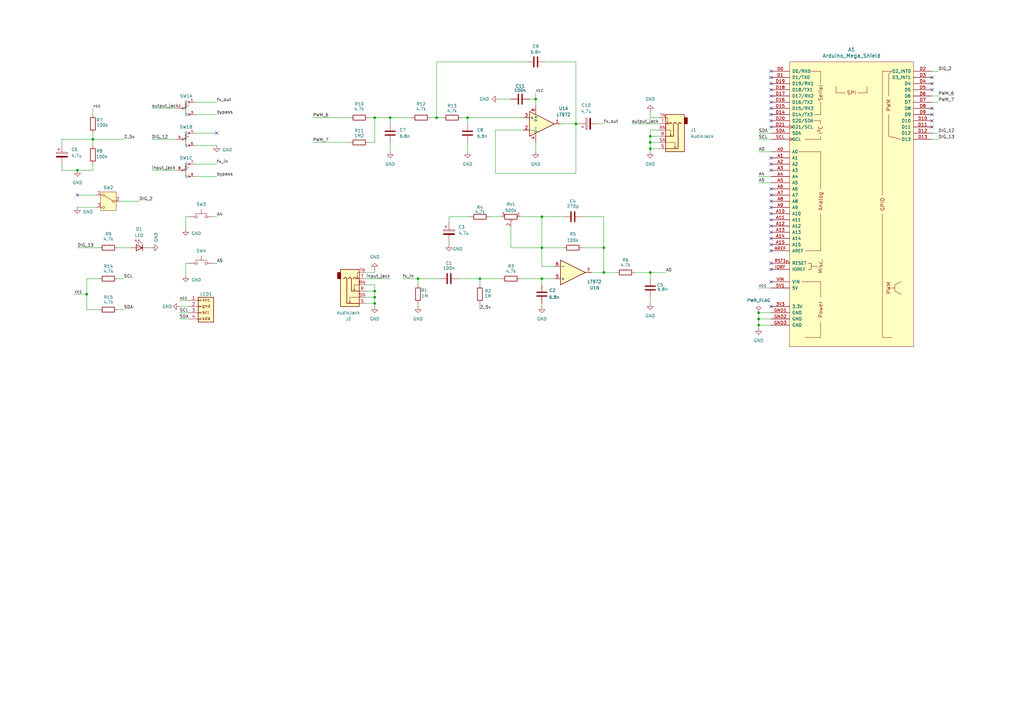
<source format=kicad_sch>
(kicad_sch (version 20231120) (generator "eeschema") (generator_version "8.0")
  (paper "A3")
  (title_block (title "pedalSHIELD_MEGA") (date "2024-09-11") (rev "1"))
  (lib_symbols
    (symbol "LT972_1" (pin_names (offset 0.127))
      (property "Reference" "U" (at 0 5.08 0))
      (property "Value" "LT972" (at 1.524 -3.556 0))
      (symbol "LT972_1_1_1"
        (pin output line (at 7.62 0 180) (length 2.54) (name "~") (number "1"))
        (pin input line (at -7.62 -2.54 0) (length 2.54) (name "-") (number "2"))
        (pin input line (at -7.62 2.54 0) (length 2.54) (name "+") (number "3"))
        (pin power_in line (at -2.54 -7.62 90) (length 3.81) (name "V-") (number "4"))
        (pin power_in line (at -2.54 7.62 270) (length 3.81) (name "V+") (number "8"))
      )
      (symbol "LT972_1_2_1"
        (pin input line (at -7.62 2.54 0) (length 2.54) (name "+") (number "5"))
        (pin input line (at -7.62 -2.54 0) (length 2.54) (name "-") (number "6"))
        (pin output line (at 7.62 0 180) (length 2.54) (name "~") (number "7"))
      )
    )
    (symbol "R_1" (pin_numbers hide) (pin_names (offset 0))
      (property "Reference" "R" (at 2.032 0 90))
      (property "Value" "R" (at 0 0 90))
      (property "Mouser" "MFR-25FRF52" (at 0 0 0))
      (symbol "R_1_1_1"
        (pin passive line (at 0 3.81 270) (length 1.27) (name "~") (number "1"))
        (pin passive line (at 0 -3.81 90) (length 1.27) (name "~") (number "2"))
      )
    )
    (symbol "R_2" (pin_numbers hide) (pin_names (offset 0))
      (property "Reference" "R" (at 2.032 0 90))
      (property "Value" "R" (at 0 0 90))
      (property "Mouser" "MFR-25FRF52" (at 0 0 0))
      (symbol "R_2_1_1"
        (pin passive line (at 0 3.81 270) (length 1.27) (name "~") (number "1"))
        (pin passive line (at 0 -3.81 90) (length 1.27) (name "~") (number "2"))
      )
    )
    (symbol "R_3" (pin_numbers hide) (pin_names (offset 0))
      (property "Reference" "R" (at 2.032 0 90))
      (property "Value" "R" (at 0 0 90))
      (property "Mouser" "MFR-25FRF52" (at 0 0 0))
      (symbol "R_3_1_1"
        (pin passive line (at 0 3.81 270) (length 1.27) (name "~") (number "1"))
        (pin passive line (at 0 -3.81 90) (length 1.27) (name "~") (number "2"))
      )
    )
    (symbol "R_4" (pin_numbers hide) (pin_names (offset 0))
      (property "Reference" "R" (at 2.032 0 90))
      (property "Value" "R" (at 0 0 90))
      (property "Mouser" "MFR-25FRF52" (at 0 0 0))
      (symbol "R_4_1_1"
        (pin passive line (at 0 3.81 270) (length 1.27) (name "~") (number "1"))
        (pin passive line (at 0 -3.81 90) (length 1.27) (name "~") (number "2"))
      )
    )
    (symbol "R_5" (pin_numbers hide) (pin_names (offset 0))
      (property "Reference" "R" (at 2.032 0 90))
      (property "Value" "R" (at 0 0 90))
      (property "Mouser" "MFR-25FRF52" (at 0 0 0))
      (symbol "R_5_1_1"
        (pin passive line (at 0 3.81 270) (length 1.27) (name "~") (number "1"))
        (pin passive line (at 0 -3.81 90) (length 1.27) (name "~") (number "2"))
      )
    )
    (symbol "pedalSHIELD_MEGA:Arduino_Mega_Shield" (pin_names (offset 1.016))
      (property "Reference" "A1" (at 0 63.5 0))
      (property "Value" "Arduino_Mega_Shield" (at 0 60.96 0))
      (symbol "Arduino_Mega_Shield_0_0"
        (text "Analog" (at -12.7 1.27 900) (effects (font (size 1.524 1.524))))
        (text "I²C" (at -12.7 30.48 900) (effects (font (size 1.524 1.524))))
        (text "Misc." (at -12.7 -25.4 900) (effects (font (size 1.524 1.524))))
        (text "Power" (at -12.7 -43.18 900) (effects (font (size 1.524 1.524))))
        (text "PWM" (at 15.24 -34.29 900) (effects (font (size 1.524 1.524))))
        (text "PWM" (at 15.24 40.64 900) (effects (font (size 1.524 1.524))))
        (text "Serial" (at -12.7 45.72 900) (effects (font (size 1.524 1.524))))
        (text "SPI" (at 0 45.72 0) (effects (font (size 1.524 1.524))))
      )
      (symbol "Arduino_Mega_Shield_1_0"
        (text "GPIO" (at 12.7 0 900) (effects (font (size 1.524 1.524))))
      )
      (symbol "Arduino_Mega_Shield_1_1"
        (pin power_out line (at -33.02 -41.91 0) (length 7.62) (name "3.3V") (number "3V3"))
        (pin power_out line (at -33.02 -34.29 0) (length 7.62) (name "5V") (number "5V1"))
        (pin bidirectional line (at -33.02 21.59 0) (length 7.62) (name "A0") (number "A0"))
        (pin bidirectional line (at -33.02 19.05 0) (length 7.62) (name "A1") (number "A1"))
        (pin bidirectional line (at -33.02 -3.81 0) (length 7.62) (name "A10") (number "A10"))
        (pin bidirectional line (at -33.02 -6.35 0) (length 7.62) (name "A11") (number "A11"))
        (pin bidirectional line (at -33.02 -8.89 0) (length 7.62) (name "A12") (number "A12"))
        (pin bidirectional line (at -33.02 -11.43 0) (length 7.62) (name "A13") (number "A13"))
        (pin bidirectional line (at -33.02 -13.97 0) (length 7.62) (name "A14") (number "A14"))
        (pin bidirectional line (at -33.02 -16.51 0) (length 7.62) (name "A15") (number "A15"))
        (pin bidirectional line (at -33.02 16.51 0) (length 7.62) (name "A2") (number "A2"))
        (pin bidirectional line (at -33.02 13.97 0) (length 7.62) (name "A3") (number "A3"))
        (pin bidirectional line (at -33.02 11.43 0) (length 7.62) (name "A4") (number "A4"))
        (pin bidirectional line (at -33.02 8.89 0) (length 7.62) (name "A5") (number "A5"))
        (pin bidirectional line (at -33.02 6.35 0) (length 7.62) (name "A6") (number "A6"))
        (pin bidirectional line (at -33.02 3.81 0) (length 7.62) (name "A7") (number "A7"))
        (pin bidirectional line (at -33.02 1.27 0) (length 7.62) (name "A8") (number "A8"))
        (pin bidirectional line (at -33.02 -1.27 0) (length 7.62) (name "A9") (number "A9"))
        (pin input line (at -33.02 -19.05 0) (length 7.62) (name "AREF") (number "AREF"))
        (pin bidirectional line (at -33.02 54.61 0) (length 7.62) (name "D0/RX0") (number "D0"))
        (pin bidirectional line (at -33.02 52.07 0) (length 7.62) (name "D1/TX0") (number "D1"))
        (pin bidirectional line (at 33.02 34.29 180) (length 7.62) (name "D10") (number "D10"))
        (pin bidirectional line (at 33.02 31.75 180) (length 7.62) (name "D11") (number "D11"))
        (pin bidirectional line (at 33.02 29.21 180) (length 7.62) (name "D12") (number "D12"))
        (pin bidirectional line (at 33.02 26.67 180) (length 7.62) (name "D13") (number "D13"))
        (pin bidirectional line (at -33.02 36.83 0) (length 7.62) (name "D14/TX3") (number "D14"))
        (pin bidirectional line (at -33.02 39.37 0) (length 7.62) (name "D15/RX3") (number "D15"))
        (pin bidirectional line (at -33.02 41.91 0) (length 7.62) (name "D16/TX2") (number "D16"))
        (pin bidirectional line (at -33.02 44.45 0) (length 7.62) (name "D17/RX2") (number "D17"))
        (pin bidirectional line (at -33.02 46.99 0) (length 7.62) (name "D18/TX1") (number "D18"))
        (pin bidirectional line (at -33.02 49.53 0) (length 7.62) (name "D19/RX1") (number "D19"))
        (pin bidirectional line (at 33.02 54.61 180) (length 7.62) (name "D2_INT0") (number "D2"))
        (pin bidirectional line (at -33.02 34.29 0) (length 7.62) (name "D20/SDA") (number "D20"))
        (pin bidirectional clock (at -33.02 31.75 0) (length 7.62) (name "D21/SCL") (number "D21"))
        (pin bidirectional line (at 33.02 52.07 180) (length 7.62) (name "D3_INT1") (number "D3"))
        (pin bidirectional line (at 33.02 49.53 180) (length 7.62) (name "D4") (number "D4"))
        (pin bidirectional line (at 33.02 46.99 180) (length 7.62) (name "D5") (number "D5"))
        (pin bidirectional line (at 33.02 44.45 180) (length 7.62) (name "D6") (number "D6"))
        (pin bidirectional line (at 33.02 41.91 180) (length 7.62) (name "D7") (number "D7"))
        (pin bidirectional line (at 33.02 39.37 180) (length 7.62) (name "D8") (number "D8"))
        (pin bidirectional line (at 33.02 36.83 180) (length 7.62) (name "D9") (number "D9"))
        (pin power_in line (at -33.02 -44.45 0) (length 7.62) (name "GND") (number "GND1"))
        (pin power_in line (at -33.02 -46.99 0) (length 7.62) (name "GND") (number "GND2"))
        (pin power_in line (at -33.02 -49.53 0) (length 7.62) (name "GND") (number "GND3"))
        (pin output line (at -33.02 -26.67 0) (length 7.62) (name "IOREF") (number "IORF"))
        (pin open_collector input_low (at -33.02 -24.13 0) (length 7.62) (name "RESET") (number "RST1"))
        (pin bidirectional clock (at -33.02 26.67 0) (length 7.62) (name "SCL") (number "SCL"))
        (pin bidirectional line (at -33.02 29.21 0) (length 7.62) (name "SDA") (number "SDA"))
        (pin power_in line (at -33.02 -31.75 0) (length 7.62) (name "VIN") (number "VIN"))
      )
    )
    (symbol "pedalSHIELD_MEGA:AudioJack"
      (property "Reference" "J" (at 0 11.43 0))
      (property "Value" "AudioJack" (at 0 8.89 0))
      (symbol "AudioJack_1_1"
        (pin passive line (at 5.08 0 180) (length 2.54) (name "~") (number "R"))
        (pin passive line (at 5.08 -2.54 180) (length 2.54) (name "~") (number "RN"))
        (pin passive line (at 5.08 5.08 180) (length 2.54) (name "~") (number "S"))
        (pin passive line (at 5.08 2.54 180) (length 2.54) (name "~") (number "SN"))
        (pin passive line (at 5.08 -5.08 180) (length 2.54) (name "~") (number "T"))
        (pin passive line (at 5.08 -7.62 180) (length 2.54) (name "~") (number "TN"))
      )
    )
    (symbol "pedalSHIELD_MEGA:C" (pin_numbers hide) (pin_names (offset 0.254))
      (property "Reference" "C" (at 0.635 2.54 0))
      (property "Value" "C" (at 0.635 -2.54 0))
      (symbol "C_1_1"
        (pin passive line (at 0 3.81 270) (length 2.794) (name "~") (number "1"))
        (pin passive line (at 0 -3.81 90) (length 2.794) (name "~") (number "2"))
      )
    )
    (symbol "pedalSHIELD_MEGA:C_Polarized" (pin_numbers hide) (pin_names (offset 0.254))
      (property "Reference" "C" (at 0.635 2.54 0))
      (property "Value" "C" (at 0.635 -2.54 0))
      (symbol "C_Polarized_1_1"
        (pin passive line (at 0 3.81 270) (length 2.794) (name "~") (number "1"))
        (pin passive line (at 0 -3.81 90) (length 2.794) (name "~") (number "2"))
      )
    )
    (symbol "pedalSHIELD_MEGA:I2C_LCD_OLED" (pin_names (offset 1.016) hide)
      (property "Reference" "LCD" (at 1.778 5.08 0))
      (symbol "I2C_LCD_OLED_1_1"
        (text "gnd" (at 2.032 0.254 0) (effects (font (size 1.27 1.27))))
        (text "scl" (at 1.778 -2.286 0) (effects (font (size 1.27 1.27))))
        (text "sda" (at 2.032 -4.826 0) (effects (font (size 1.27 1.27))))
        (text "vcc" (at 2.032 2.794 0) (effects (font (size 1.27 1.27))))
        (pin passive line (at -5.08 2.54 0) (length 3.81) (name "1") (number "1"))
        (pin passive line (at -5.08 0 0) (length 3.81) (name "Pin_2") (number "2"))
        (pin passive line (at -5.08 -2.54 0) (length 3.81) (name "Pin_3") (number "3"))
        (pin passive line (at -5.08 -5.08 0) (length 3.81) (name "Pin_4") (number "4"))
      )
    )
    (symbol "pedalSHIELD_MEGA:LED" (pin_numbers hide) (pin_names (offset 1.016) hide)
      (property "Reference" "D" (at 0.508 1.778 0))
      (property "Value" "LED" (at -1.016 -2.794 0))
      (symbol "LED_1_1"
        (pin passive line (at -5.08 0 0) (length 2.54) (name "K") (number "1"))
        (pin passive line (at 2.54 0 180) (length 2.54) (name "A") (number "2"))
      )
    )
    (symbol "pedalSHIELD_MEGA:LT972" (pin_names (offset 0.127))
      (property "Reference" "U" (at 0 5.08 0))
      (property "Value" "LT972" (at 1.524 -3.556 0))
      (symbol "LT972_1_1"
        (pin output line (at 7.62 0 180) (length 2.54) (name "~") (number "1"))
        (pin input line (at -7.62 -2.54 0) (length 2.54) (name "-") (number "2"))
        (pin input line (at -7.62 2.54 0) (length 2.54) (name "+") (number "3"))
        (pin power_in line (at -2.54 -7.62 90) (length 3.81) (name "V-") (number "4"))
        (pin power_in line (at -2.54 7.62 270) (length 3.81) (name "V+") (number "8"))
      )
      (symbol "LT972_2_1"
        (pin input line (at -7.62 2.54 0) (length 2.54) (name "+") (number "5"))
        (pin input line (at -7.62 -2.54 0) (length 2.54) (name "-") (number "6"))
        (pin output line (at 7.62 0 180) (length 2.54) (name "~") (number "7"))
      )
    )
    (symbol "pedalSHIELD_MEGA:R" (pin_numbers hide) (pin_names (offset 0))
      (property "Reference" "R" (at 2.032 0 90))
      (property "Value" "R" (at 0 0 90))
      (property "Mouser" "MFR-25FRF52" (at 0 0 0))
      (symbol "R_1_1"
        (pin passive line (at 0 3.81 270) (length 1.27) (name "~") (number "1"))
        (pin passive line (at 0 -3.81 90) (length 1.27) (name "~") (number "2"))
      )
    )
    (symbol "pedalSHIELD_MEGA:R_Potentiometer_Trim" (pin_names (offset 1.016) hide)
      (property "Reference" "RV" (at -4.445 0 90))
      (property "Value" "RTP" (at -2.54 0 90))
      (property "Mouser" "PT10LH01-504A2020" (at 0 0 0))
      (symbol "R_Potentiometer_Trim_1_1"
        (pin passive line (at 0 3.81 270) (length 1.27) (name "1") (number "1"))
        (pin passive line (at 3.81 0 180) (length 1.27) (name "2") (number "2"))
        (pin passive line (at 0 -3.81 90) (length 1.27) (name "3") (number "3"))
      )
    )
    (symbol "pedalSHIELD_MEGA:SW_3PDT"
      (property "Reference" "SW" (at -0.762 8.636 0))
      (symbol "SW_3PDT_1_1"
        (pin passive line (at 5.08 2.54 180) (length 2.54) (name "O") (number "1"))
        (pin passive line (at -2.54 0 0) (length 2.54) (name "P") (number "2"))
        (pin passive line (at 5.08 -2.54 180) (length 2.54) (name "S") (number "3"))
      )
      (symbol "SW_3PDT_2_1"
        (pin passive line (at 5.08 2.54 180) (length 2.54) (name "O") (number "4"))
        (pin passive line (at -2.54 0 0) (length 2.54) (name "P") (number "5"))
        (pin passive line (at 5.08 -2.54 180) (length 2.54) (name "S") (number "6"))
      )
      (symbol "SW_3PDT_3_1"
        (pin passive line (at 5.08 2.54 180) (length 2.54) (name "O") (number "7"))
        (pin passive line (at -2.54 0 0) (length 2.54) (name "P") (number "8"))
        (pin passive line (at 5.08 -2.54 180) (length 2.54) (name "S") (number "9"))
      )
    )
    (symbol "pedalSHIELD_MEGA:SW_Push" (pin_numbers hide) (pin_names (offset 1.016) hide)
      (property "Reference" "SW" (at 1.27 2.54 0))
      (symbol "SW_Push_0_1"
        (pin passive line (at -5.08 0 0) (length 2.54) (name "1") (number "1"))
        (pin passive line (at 5.08 0 180) (length 2.54) (name "2") (number "2"))
      )
    )
    (symbol "pedalSHIELD_MEGA:SW_SPDT" (pin_names (offset 0) hide)
      (property "Reference" "SW" (at 0 5.08 0))
      (property "Value" "SW_SPDT" (at 0 -5.08 0))
      (symbol "SW_SPDT_1_1"
        (pin passive line (at 5.08 2.54 180) (length 2.54) (name "A") (number "1"))
        (pin passive line (at -5.08 0 0) (length 2.54) (name "B") (number "2"))
        (pin passive line (at 5.08 -2.54 180) (length 2.54) (name "C") (number "3"))
      )
    )
    (symbol "power:GND" (power) (pin_numbers hide) (pin_names (offset 0) hide)
      (property "Value" "GND" (at 0 -3.81 0))
      (symbol "GND_1_1"
        (pin power_in line (at 0 0 270) (length 0) (name "~") (number "1"))
      )
    )
    (symbol "power:PWR_FLAG" (power) (pin_numbers hide) (pin_names (offset 0) hide)
      (property "Value" "PWR_FLAG" (at 0 3.81 0))
      (symbol "PWR_FLAG_0_0"
        (pin power_out line (at 0 0 90) (length 0) (name "~") (number "1"))
      )
    )
  )
  (junction (at 311.15 130.81))
  (junction (at 311.15 128.27))
  (junction (at 196.85 114.3))
  (junction (at 247.65 111.76))
  (junction (at 153.67 121.92))
  (junction (at 266.7 55.88))
  (junction (at 171.45 114.3))
  (junction (at 153.67 119.38))
  (junction (at 153.67 124.46))
  (junction (at 266.7 111.76))
  (junction (at 236.22 50.8))
  (junction (at 179.07 48.26))
  (junction (at 266.7 58.42))
  (junction (at 160.02 48.26))
  (junction (at 222.25 114.3))
  (junction (at 247.65 101.6))
  (junction (at 219.71 40.64))
  (junction (at 38.1 57.15))
  (junction (at 222.25 101.6))
  (junction (at 35.56 120.65))
  (junction (at 222.25 88.9))
  (junction (at 191.77 48.26))
  (junction (at 153.67 48.26))
  (junction (at 31.75 69.85))
  (junction (at 311.15 133.35))
  (junction (at 266.7 60.96))
  (no_connect (at 316.23 49.53))
  (no_connect (at 316.23 34.29))
  (no_connect (at 382.27 44.45))
  (no_connect (at 382.27 31.75))
  (no_connect (at 316.23 39.37))
  (no_connect (at 316.23 95.25))
  (no_connect (at 316.23 67.31))
  (no_connect (at 382.27 34.29))
  (no_connect (at 382.27 36.83))
  (no_connect (at 316.23 100.33))
  (no_connect (at 316.23 82.55))
  (no_connect (at 316.23 85.09))
  (no_connect (at 316.23 110.49))
  (no_connect (at 316.23 36.83))
  (no_connect (at 316.23 46.99))
  (no_connect (at 316.23 125.73))
  (no_connect (at 382.27 49.53))
  (no_connect (at 316.23 77.47))
  (no_connect (at 316.23 41.91))
  (no_connect (at 316.23 97.79))
  (no_connect (at 316.23 92.71))
  (no_connect (at 31.75 80.01))
  (no_connect (at 316.23 69.85))
  (no_connect (at 316.23 31.75))
  (no_connect (at 316.23 44.45))
  (no_connect (at 316.23 52.07))
  (no_connect (at 316.23 90.17))
  (no_connect (at 316.23 107.95))
  (no_connect (at 382.27 46.99))
  (no_connect (at 382.27 52.07))
  (no_connect (at 316.23 102.87))
  (no_connect (at 316.23 80.01))
  (no_connect (at 316.23 29.21))
  (no_connect (at 316.23 115.57))
  (no_connect (at 316.23 87.63))
  (no_connect (at 316.23 64.77))
  (no_connect (at 88.9 54.61))
  (wire (pts (xy 80.01 72.39) (xy 88.9 72.39)))
  (wire (pts (xy 311.15 118.11) (xy 316.23 118.11)))
  (wire (pts (xy 53.34 101.6) (xy 48.26 101.6)))
  (wire (pts (xy 48.26 114.3) (xy 50.8 114.3)))
  (wire (pts (xy 382.27 39.37) (xy 384.81 39.37)))
  (wire (pts (xy 48.26 127) (xy 50.8 127)))
  (wire (pts (xy 311.15 130.81) (xy 311.15 128.27)))
  (wire (pts (xy 311.15 128.27) (xy 316.23 128.27)))
  (wire (pts (xy 25.4 59.69) (xy 25.4 57.15)))
  (wire (pts (xy 222.25 114.3) (xy 227.33 114.3)))
  (wire (pts (xy 160.02 58.42) (xy 160.02 62.23)))
  (wire (pts (xy 153.67 48.26) (xy 160.02 48.26)))
  (wire (pts (xy 62.23 69.85) (xy 72.39 69.85)))
  (wire (pts (xy 176.53 48.26) (xy 179.07 48.26)))
  (wire (pts (xy 153.67 110.49) (xy 153.67 111.76)))
  (wire (pts (xy 171.45 114.3) (xy 171.45 116.84)))
  (wire (pts (xy 153.67 111.76) (xy 149.86 111.76)))
  (wire (pts (xy 80.01 54.61) (xy 88.9 54.61)))
  (wire (pts (xy 187.96 114.3) (xy 196.85 114.3)))
  (wire (pts (xy 213.36 114.3) (xy 222.25 114.3)))
  (wire (pts (xy 266.7 48.26) (xy 270.51 48.26)))
  (wire (pts (xy 31.75 85.09) (xy 39.37 85.09)))
  (wire (pts (xy 73.66 123.19) (xy 77.47 123.19)))
  (wire (pts (xy 149.86 116.84) (xy 153.67 116.84)))
  (wire (pts (xy 266.7 111.76) (xy 273.05 111.76)))
  (wire (pts (xy 238.76 101.6) (xy 247.65 101.6)))
  (wire (pts (xy 270.51 58.42) (xy 266.7 58.42)))
  (wire (pts (xy 247.65 101.6) (xy 247.65 111.76)))
  (wire (pts (xy 266.7 114.3) (xy 266.7 111.76)))
  (wire (pts (xy 238.76 88.9) (xy 247.65 88.9)))
  (wire (pts (xy 179.07 48.26) (xy 181.61 48.26)))
  (wire (pts (xy 247.65 111.76) (xy 252.73 111.76)))
  (wire (pts (xy 217.17 40.64) (xy 219.71 40.64)))
  (wire (pts (xy 73.66 130.81) (xy 77.47 130.81)))
  (wire (pts (xy 222.25 88.9) (xy 231.14 88.9)))
  (wire (pts (xy 219.71 38.1) (xy 219.71 40.64)))
  (wire (pts (xy 25.4 67.31) (xy 25.4 69.85)))
  (wire (pts (xy 270.51 55.88) (xy 266.7 55.88)))
  (wire (pts (xy 38.1 57.15) (xy 38.1 59.69)))
  (wire (pts (xy 151.13 48.26) (xy 153.67 48.26)))
  (wire (pts (xy 270.51 53.34) (xy 266.7 53.34)))
  (wire (pts (xy 38.1 69.85) (xy 31.75 69.85)))
  (wire (pts (xy 203.2 53.34) (xy 203.2 71.12)))
  (wire (pts (xy 311.15 54.61) (xy 316.23 54.61)))
  (wire (pts (xy 245.11 50.8) (xy 247.65 50.8)))
  (wire (pts (xy 179.07 48.26) (xy 179.07 25.4)))
  (wire (pts (xy 247.65 88.9) (xy 247.65 101.6)))
  (wire (pts (xy 179.07 25.4) (xy 215.9 25.4)))
  (wire (pts (xy 311.15 133.35) (xy 316.23 133.35)))
  (wire (pts (xy 35.56 114.3) (xy 35.56 120.65)))
  (wire (pts (xy 196.85 114.3) (xy 205.74 114.3)))
  (wire (pts (xy 76.2 93.98) (xy 76.2 88.9)))
  (wire (pts (xy 260.35 111.76) (xy 266.7 111.76)))
  (wire (pts (xy 266.7 55.88) (xy 266.7 58.42)))
  (wire (pts (xy 160.02 48.26) (xy 160.02 50.8)))
  (wire (pts (xy 149.86 121.92) (xy 153.67 121.92)))
  (wire (pts (xy 25.4 57.15) (xy 38.1 57.15)))
  (wire (pts (xy 153.67 48.26) (xy 153.67 58.42)))
  (wire (pts (xy 38.1 57.15) (xy 50.8 57.15)))
  (wire (pts (xy 31.75 101.6) (xy 40.64 101.6)))
  (wire (pts (xy 242.57 111.76) (xy 247.65 111.76)))
  (wire (pts (xy 311.15 57.15) (xy 316.23 57.15)))
  (wire (pts (xy 229.87 50.8) (xy 236.22 50.8)))
  (wire (pts (xy 80.01 67.31) (xy 88.9 67.31)))
  (wire (pts (xy 209.55 92.71) (xy 209.55 101.6)))
  (wire (pts (xy 184.15 91.44) (xy 184.15 88.9)))
  (wire (pts (xy 196.85 124.46) (xy 196.85 127)))
  (wire (pts (xy 35.56 120.65) (xy 35.56 127)))
  (wire (pts (xy 62.23 57.15) (xy 72.39 57.15)))
  (wire (pts (xy 311.15 62.23) (xy 316.23 62.23)))
  (wire (pts (xy 160.02 114.3) (xy 149.86 114.3)))
  (wire (pts (xy 382.27 57.15) (xy 384.81 57.15)))
  (wire (pts (xy 184.15 99.06) (xy 184.15 100.33)))
  (wire (pts (xy 171.45 124.46) (xy 171.45 125.73)))
  (wire (pts (xy 25.4 69.85) (xy 31.75 69.85)))
  (wire (pts (xy 153.67 125.73) (xy 153.67 124.46)))
  (wire (pts (xy 223.52 25.4) (xy 236.22 25.4)))
  (wire (pts (xy 382.27 41.91) (xy 384.81 41.91)))
  (wire (pts (xy 87.63 88.9) (xy 88.9 88.9)))
  (wire (pts (xy 80.01 46.99) (xy 88.9 46.99)))
  (wire (pts (xy 76.2 113.03) (xy 76.2 107.95)))
  (wire (pts (xy 191.77 58.42) (xy 191.77 62.23)))
  (wire (pts (xy 171.45 114.3) (xy 180.34 114.3)))
  (wire (pts (xy 165.1 114.3) (xy 171.45 114.3)))
  (wire (pts (xy 219.71 40.64) (xy 219.71 43.18)))
  (wire (pts (xy 153.67 119.38) (xy 153.67 121.92)))
  (wire (pts (xy 222.25 114.3) (xy 222.25 116.84)))
  (wire (pts (xy 311.15 130.81) (xy 316.23 130.81)))
  (wire (pts (xy 266.7 58.42) (xy 266.7 60.96)))
  (wire (pts (xy 153.67 116.84) (xy 153.67 119.38)))
  (wire (pts (xy 213.36 88.9) (xy 222.25 88.9)))
  (wire (pts (xy 35.56 114.3) (xy 40.64 114.3)))
  (wire (pts (xy 204.47 40.64) (xy 209.55 40.64)))
  (wire (pts (xy 38.1 54.61) (xy 38.1 57.15)))
  (wire (pts (xy 49.53 82.55) (xy 57.15 82.55)))
  (wire (pts (xy 76.2 107.95) (xy 77.47 107.95)))
  (wire (pts (xy 191.77 48.26) (xy 191.77 50.8)))
  (wire (pts (xy 311.15 133.35) (xy 311.15 134.62)))
  (wire (pts (xy 149.86 119.38) (xy 153.67 119.38)))
  (wire (pts (xy 222.25 101.6) (xy 222.25 88.9)))
  (wire (pts (xy 30.48 120.65) (xy 35.56 120.65)))
  (wire (pts (xy 200.66 88.9) (xy 205.74 88.9)))
  (wire (pts (xy 80.01 41.91) (xy 88.9 41.91)))
  (wire (pts (xy 76.2 88.9) (xy 77.47 88.9)))
  (wire (pts (xy 153.67 121.92) (xy 153.67 124.46)))
  (wire (pts (xy 266.7 60.96) (xy 270.51 60.96)))
  (wire (pts (xy 189.23 48.26) (xy 191.77 48.26)))
  (wire (pts (xy 128.27 48.26) (xy 143.51 48.26)))
  (wire (pts (xy 266.7 62.23) (xy 266.7 60.96)))
  (wire (pts (xy 209.55 101.6) (xy 222.25 101.6)))
  (wire (pts (xy 203.2 71.12) (xy 236.22 71.12)))
  (wire (pts (xy 214.63 53.34) (xy 203.2 53.34)))
  (wire (pts (xy 196.85 114.3) (xy 196.85 116.84)))
  (wire (pts (xy 227.33 109.22) (xy 222.25 109.22)))
  (wire (pts (xy 236.22 50.8) (xy 237.49 50.8)))
  (wire (pts (xy 191.77 48.26) (xy 214.63 48.26)))
  (wire (pts (xy 266.7 121.92) (xy 266.7 124.46)))
  (wire (pts (xy 236.22 25.4) (xy 236.22 50.8)))
  (wire (pts (xy 128.27 58.42) (xy 143.51 58.42)))
  (wire (pts (xy 80.01 59.69) (xy 88.9 59.69)))
  (wire (pts (xy 382.27 29.21) (xy 384.81 29.21)))
  (wire (pts (xy 184.15 88.9) (xy 193.04 88.9)))
  (wire (pts (xy 236.22 50.8) (xy 236.22 71.12)))
  (wire (pts (xy 311.15 72.39) (xy 316.23 72.39)))
  (wire (pts (xy 35.56 127) (xy 40.64 127)))
  (wire (pts (xy 311.15 133.35) (xy 311.15 130.81)))
  (wire (pts (xy 38.1 44.45) (xy 38.1 46.99)))
  (wire (pts (xy 62.23 44.45) (xy 72.39 44.45)))
  (wire (pts (xy 153.67 124.46) (xy 149.86 124.46)))
  (wire (pts (xy 266.7 53.34) (xy 266.7 55.88)))
  (wire (pts (xy 151.13 58.42) (xy 153.67 58.42)))
  (wire (pts (xy 38.1 67.31) (xy 38.1 69.85)))
  (wire (pts (xy 160.02 48.26) (xy 168.91 48.26)))
  (wire (pts (xy 382.27 54.61) (xy 384.81 54.61)))
  (wire (pts (xy 73.66 125.73) (xy 77.47 125.73)))
  (wire (pts (xy 266.7 45.72) (xy 266.7 48.26)))
  (wire (pts (xy 31.75 80.01) (xy 39.37 80.01)))
  (wire (pts (xy 219.71 58.42) (xy 219.71 62.23)))
  (wire (pts (xy 222.25 124.46) (xy 222.25 125.73)))
  (wire (pts (xy 73.66 128.27) (xy 77.47 128.27)))
  (wire (pts (xy 222.25 101.6) (xy 231.14 101.6)))
  (wire (pts (xy 60.96 101.6) (xy 62.23 101.6)))
  (wire (pts (xy 87.63 107.95) (xy 88.9 107.95)))
  (wire (pts (xy 311.15 74.93) (xy 316.23 74.93)))
  (wire (pts (xy 222.25 109.22) (xy 222.25 101.6)))
  (wire (pts (xy 259.08 50.8) (xy 270.51 50.8)))
  (label "fx_out" (at 247.65 50.8 0))
  (label "DIG_13" (at 31.75 101.6 0))
  (label "vcc" (at 73.66 123.19 0))
  (label "A4" (at 88.9 88.9 0))
  (label "A4" (at 311.15 72.39 0))
  (label "A5" (at 88.9 107.95 0))
  (label "PWM_6" (at 128.27 48.26 0))
  (label "SCL" (at 73.66 128.27 0))
  (label "input_jack" (at 62.23 69.85 0))
  (label "SCL" (at 311.15 57.15 0))
  (label "PWM_7" (at 384.81 41.91 0))
  (label "SDA" (at 311.15 54.61 0))
  (label "DIG_12" (at 384.81 54.61 0))
  (label "DIG_2" (at 384.81 29.21 0))
  (label "DIG_2" (at 57.15 82.55 0))
  (label "SDA" (at 50.8 127 0))
  (label "A0" (at 273.05 111.76 0))
  (label "bypass" (at 88.9 46.99 0))
  (label "A5" (at 311.15 74.93 0))
  (label "vcc" (at 30.48 120.65 0))
  (label "A0" (at 311.15 62.23 0))
  (label "output_jack" (at 259.08 50.8 0))
  (label "fx_in" (at 88.9 67.31 0))
  (label "bypass" (at 88.9 72.39 0))
  (label "vcc" (at 311.15 118.11 0))
  (label "PWM_7" (at 128.27 58.42 0))
  (label "output_jack" (at 62.23 44.45 0))
  (label "vcc" (at 38.1 44.45 0))
  (label "fx_out" (at 88.9 41.91 0))
  (label "PWM_6" (at 384.81 39.37 0))
  (label "fx_in" (at 165.1 114.3 0))
  (label "DIG_13" (at 384.81 57.15 0))
  (label "DIG_12" (at 62.23 57.15 0))
  (label "vcc" (at 219.71 38.1 0))
  (label "SDA" (at 73.66 130.81 0))
  (label "2_5v" (at 50.8 57.15 0))
  (label "SCL" (at 50.8 114.3 0))
  (label "input_jack" (at 160.02 114.3 180))
  (label "2_5v" (at 196.85 127 0))
  (symbol (lib_id "pedalSHIELD_MEGA:SW_Push") (at 82.55 88.9 0) (unit 1)
    (property "Reference" "SW3" (at 82.55 83.82 0))
    (property "Value" "SW_Push" (effects (hide yes)))
    (property "Footprint" "pedalSHIELD_MEGA:SW_PUSH_104-0013-EVX" (effects (hide yes)))
    (property "Datasheet" "https://www.mouser.fr/datasheet/2/253/MS-100574-1177598.pdf" (effects (hide yes)))
    (property "Description" "Push button switch, two pins" (effects (hide yes)))
    (property "Mouser" "104-0013-EVX" (effects (hide yes)))
  )
  (symbol (lib_id "power:GND") (at 171.45 125.73 0) (mirror y) (unit 1)
    (property "Reference" "#PWR010" (effects (hide yes)))
    (property "Value" "GND" (at 171.45 130.81 0))
    (property "Description" "Power symbol creates a global label with name \"GND\" , ground" (effects (hide yes)))
  )
  (symbol (lib_id "power:GND") (at 266.7 62.23 0) (unit 1)
    (property "Reference" "#PWR02" (effects (hide yes)))
    (property "Value" "GND" (at 266.7 67.31 0))
    (property "Description" "Power symbol creates a global label with name \"GND\" , ground" (effects (hide yes)))
  )
  (symbol (lib_id "pedalSHIELD_MEGA:R") (at 185.42 48.26 270) (unit 1)
    (property "Reference" "R13" (at 185.42 43.434 90))
    (property "Value" "4.7k" (at 185.42 45.466 90))
    (property "Footprint" "pedalSHIELD_MEGA:R_Axial_DIN0207_L6.3mm_D2.5mm_P7.62mm_Horizontal" (effects (hide yes)))
    (property "Datasheet" "https://www.mouser.fr/datasheet/2/447/YAGEO_MFR_datasheet_2023v3-3324391.pdf" (effects (hide yes)))
    (property "Description" "Resistor" (effects (hide yes)))
    (property "Mouser" "MFR-25FRF52" (effects (hide yes)))
  )
  (symbol (lib_id "power:GND") (at 88.9 59.69 0) (unit 1)
    (property "Reference" "#PWR014" (effects (hide yes)))
    (property "Value" "GND" (at 93.218 61.468 0))
    (property "Description" "Power symbol creates a global label with name \"GND\" , ground" (effects (hide yes)))
  )
  (symbol (lib_id "pedalSHIELD_MEGA:R") (at 172.72 48.26 270) (unit 1)
    (property "Reference" "R12" (at 172.72 42.672 90))
    (property "Value" "4.7k" (at 172.72 44.704 90))
    (property "Footprint" "pedalSHIELD_MEGA:R_Axial_DIN0207_L6.3mm_D2.5mm_P7.62mm_Horizontal" (effects (hide yes)))
    (property "Datasheet" "https://www.mouser.fr/datasheet/2/447/YAGEO_MFR_datasheet_2023v3-3324391.pdf" (effects (hide yes)))
    (property "Description" "Resistor" (effects (hide yes)))
    (property "Mouser" "MFR-25FRF52" (effects (hide yes)))
  )
  (symbol (lib_id "power:GND") (at 191.77 62.23 0) (unit 1)
    (property "Reference" "#PWR06" (effects (hide yes)))
    (property "Value" "GND" (at 191.77 67.31 0))
    (property "Description" "Power symbol creates a global label with name \"GND\" , ground" (effects (hide yes)))
  )
  (symbol (lib_id "pedalSHIELD_MEGA:LED") (at 55.88 101.6 0) (mirror y) (unit 1)
    (property "Reference" "D1" (at 57.023 93.98 0))
    (property "Value" "LED" (at 57.023 96.52 0))
    (property "Footprint" "pedalSHIELD_MEGA:LED_D3.0mm" (effects (hide yes)))
    (property "Datasheet" "https://www.mouser.fr/datasheet/2/244/LUMXS09293_1-2551452.pdf" (effects (hide yes)))
    (property "Description" "LED, 5mm" (effects (hide yes)))
    (property "Mouser" "696-SSL-LX3044USBC " (effects (hide yes)))
  )
  (symbol (lib_id "pedalSHIELD_MEGA:R") (at 256.54 111.76 270) (unit 1)
    (property "Reference" "R6" (at 256.54 106.68 90))
    (property "Value" "4.7k" (at 256.54 108.712 90))
    (property "Footprint" "pedalSHIELD_MEGA:R_Axial_DIN0207_L6.3mm_D2.5mm_P7.62mm_Horizontal" (effects (hide yes)))
    (property "Datasheet" "https://www.mouser.fr/datasheet/2/447/YAGEO_MFR_datasheet_2023v3-3324391.pdf" (effects (hide yes)))
    (property "Description" "Resistor" (effects (hide yes)))
    (property "Mouser" "MFR-25FRF52" (effects (hide yes)))
  )
  (symbol (lib_id "pedalSHIELD_MEGA:I2C_LCD_OLED") (at 82.55 125.73 0) (unit 1)
    (property "Reference" "LCD1" (at 82.042 120.65 0) (effects (justify left)))
    (property "Value" "LCD" (effects (hide yes)))
    (property "Footprint" "pedalSHIELD_MEGA:LCD_OLED_SH1106" (effects (hide yes)))
    (property "Datasheet" "https://robu.in/wp-content/uploads/2019/12/1.3-Inch-I2C-IIC-OLED-LCD-Module-4pin-with-VCC-GND-Blue-1.pdf" (effects (hide yes)))
    (property "Description" "I2C connector for LCD display" (effects (hide yes)))
  )
  (symbol (lib_id "pedalSHIELD_MEGA:C") (at 234.95 88.9 90) (unit 1)
    (property "Reference" "C4" (at 234.95 82.55 90))
    (property "Value" "270p" (at 234.95 84.582 90))
    (property "Footprint" "pedalSHIELD_MEGA:C_Rect_L7.0mm_W2.5mm_P5.00mm" (effects (hide yes)))
    (property "Datasheet" "https://www.mouser.fr/datasheet/2/40/SR_Series-3165337.pdf" (effects (hide yes)))
    (property "Description" "Unpolarized capacitor" (effects (hide yes)))
    (property "Mouser" "SR211C" (effects (hide yes)))
  )
  (symbol (lib_id "power:GND") (at 76.2 113.03 0) (unit 1)
    (property "Reference" "#PWR018" (effects (hide yes)))
    (property "Value" "GND" (at 80.518 114.808 0))
    (property "Description" "Power symbol creates a global label with name \"GND\" , ground" (effects (hide yes)))
  )
  (symbol (lib_id "pedalSHIELD_MEGA:C_Polarized") (at 25.4 63.5 0) (unit 1)
    (property "Reference" "C6" (at 29.21 61.3409 0) (effects (justify left)))
    (property "Value" "4.7u" (at 29.21 63.8809 0) (effects (justify left)))
    (property "Footprint" "pedalSHIELD_MEGA:CP_Radial_D4.0mm_P1.50mm" (effects (hide yes)))
    (property "Datasheet" "https://www.mouser.fr/datasheet/2/315/ABA0000C1050-947578.pdf" (effects (hide yes)))
    (property "Description" "Polarized capacitor" (effects (hide yes)))
    (property "Mouser" "ECE-A1EKA4R7" (effects (hide yes)))
  )
  (symbol (lib_id "power:GND") (at 266.7 124.46 0) (mirror y) (unit 1)
    (property "Reference" "#PWR012" (effects (hide yes)))
    (property "Value" "GND" (at 266.7 129.54 0))
    (property "Description" "Power symbol creates a global label with name \"GND\" , ground" (effects (hide yes)))
  )
  (symbol (lib_id "pedalSHIELD_MEGA:C_Polarized") (at 184.15 95.25 0) (unit 1)
    (property "Reference" "C3" (at 187.96 93.0909 0) (effects (justify left)))
    (property "Value" "4.7u" (at 187.96 95.6309 0) (effects (justify left)))
    (property "Footprint" "pedalSHIELD_MEGA:CP_Radial_D4.0mm_P1.50mm" (effects (hide yes)))
    (property "Datasheet" "https://www.mouser.fr/datasheet/2/315/ABA0000C1050-947578.pdf" (effects (hide yes)))
    (property "Description" "Polarized capacitor" (effects (hide yes)))
    (property "Mouser" "ECE-A1EKA4R7" (effects (hide yes)))
  )
  (symbol (lib_id "power:GND") (at 184.15 100.33 0) (mirror y) (unit 1)
    (property "Reference" "#PWR013" (effects (hide yes)))
    (property "Value" "GND" (at 187.706 102.108 0))
    (property "Description" "Power symbol creates a global label with name \"GND\" , ground" (effects (hide yes)))
  )
  (symbol (lib_id "power:GND") (at 204.47 40.64 270) (unit 1)
    (property "Reference" "#PWR05" (effects (hide yes)))
    (property "Value" "GND" (at 200.66 40.6399 90) (effects (justify right)))
    (property "Description" "Power symbol creates a global label with name \"GND\" , ground" (effects (hide yes)))
  )
  (symbol (lib_id "pedalSHIELD_MEGA:SW_Push") (at 82.55 107.95 0) (unit 1)
    (property "Reference" "SW4" (at 82.55 102.87 0))
    (property "Value" "SW_Push" (effects (hide yes)))
    (property "Footprint" "pedalSHIELD_MEGA:SW_PUSH_104-0013-EVX" (effects (hide yes)))
    (property "Datasheet" "https://www.mouser.fr/datasheet/2/253/MS-100574-1177598.pdf" (effects (hide yes)))
    (property "Description" "Push button switch, two pins" (effects (hide yes)))
    (property "Mouser" "104-0013-EVX" (effects (hide yes)))
  )
  (symbol (lib_name "LT972_1") (lib_id "pedalSHIELD_MEGA:LT972") (at 234.95 111.76 0) (mirror x) (unit 2)
    (property "Reference" "U1" (at 243.84 118.0786 0))
    (property "Value" "LT972" (at 243.84 115.5386 0))
    (property "Footprint" "pedalSHIELD_MEGA:DIP-8_W7.62mm_Socket_LongPads" (effects (hide yes)))
    (property "Datasheet" "https://www.ti.com/lit/ds/symlink/tl972.pdf?ts=1726816864005&ref_url=https%253A%252F%252Fwww.ti.com%252Fproduct%252FTL972" (effects (hide yes)))
    (property "Description" "TL97x Output Rail-To-Rail Very-Low-Noise Operational Amplifiers" (effects (hide yes)))
    (property "Mouser" "595-TL972IP" (effects (hide yes)))
  )
  (symbol (lib_id "power:GND") (at 153.67 125.73 0) (mirror y) (unit 1)
    (property "Reference" "#PWR09" (effects (hide yes)))
    (property "Value" "GND" (at 153.67 130.81 0))
    (property "Description" "Power symbol creates a global label with name \"GND\" , ground" (effects (hide yes)))
  )
  (symbol (lib_id "power:GND") (at 31.75 69.85 0) (unit 1)
    (property "Reference" "#PWR04" (effects (hide yes)))
    (property "Value" "GND" (at 31.75 74.93 0))
    (property "Description" "Power symbol creates a global label with name \"GND\" , ground" (effects (hide yes)))
  )
  (symbol (lib_id "pedalSHIELD_MEGA:SW_3PDT") (at 74.93 69.85 0) (unit 3)
    (property "Reference" "SW1" (at 76.3397 64.77 0))
    (property "Value" "SW_3PDT" (effects (hide yes)))
    (property "Footprint" "pedalSHIELD_MEGA:SF17020F030221RL015" (effects (hide yes)))
    (property "Datasheet" "https://componentsearchengine.com/Datasheets/1/SF17020F-0302-21R-L-015.pdf" (effects (hide yes)))
    (property "Description" "Pushbutton Switches 3PDT STOMP/FOOT SW LATCHING 1A9VDC 9PIN" (effects (hide yes)))
    (property "Height" "41.2" (effects (hide yes)))
    (property "Mouser" "107-SF17020F-32-21RL" (effects (hide yes)))
    (property "Mouser Price/Stock" "https://www.mouser.co.uk/ProductDetail/Alpha-Taiwan/SF17020F-0302-21R-L-015?qs=8%252Br4Hz5Xir%252BN8wocvXmKAA%3D%3D" (effects (hide yes)))
    (property "Manufacturer_Name" "Alpha (Taiwan)" (effects (hide yes)))
    (property "Manufacturer_Part_Number" "SF17020F-0302-21R-L-015" (effects (hide yes)))
  )
  (symbol (lib_id "pedalSHIELD_MEGA:AudioJack") (at 144.78 119.38 0) (mirror x) (unit 1)
    (property "Reference" "J2" (at 142.875 130.81 0))
    (property "Value" "AudioJack" (at 142.875 128.27 0))
    (property "Footprint" "pedalSHIELD_MEGA:Jack_6.35mm_Neutrik_NMJ6HCD2_Horizontal" (effects (hide yes)))
    (property "Datasheet" "https://www.mouser.fr/datasheet/2/289/nmj6hcd2-1853235.pdf" (effects (hide yes)))
    (property "Description" "Audio Jack, 3 Poles (Stereo / TRS), Switched Poles (Normalling)" (effects (hide yes)))
    (property "Mouser" "NMJ6HCD2" (effects (hide yes)))
  )
  (symbol (lib_id "pedalSHIELD_MEGA:SW_3PDT") (at 74.93 44.45 0) (unit 1)
    (property "Reference" "SW1" (at 76.3397 39.37 0))
    (property "Value" "SW_3PDT" (effects (hide yes)))
    (property "Footprint" "pedalSHIELD_MEGA:SF17020F030221RL015" (effects (hide yes)))
    (property "Datasheet" "https://componentsearchengine.com/Datasheets/1/SF17020F-0302-21R-L-015.pdf" (effects (hide yes)))
    (property "Description" "Pushbutton Switches 3PDT STOMP/FOOT SW LATCHING 1A9VDC 9PIN" (effects (hide yes)))
    (property "Height" "41.2" (effects (hide yes)))
    (property "Mouser" "107-SF17020F-32-21RL" (effects (hide yes)))
    (property "Mouser Price/Stock" "https://www.mouser.co.uk/ProductDetail/Alpha-Taiwan/SF17020F-0302-21R-L-015?qs=8%252Br4Hz5Xir%252BN8wocvXmKAA%3D%3D" (effects (hide yes)))
    (property "Manufacturer_Name" "Alpha (Taiwan)" (effects (hide yes)))
    (property "Manufacturer_Part_Number" "SF17020F-0302-21R-L-015" (effects (hide yes)))
  )
  (symbol (lib_id "pedalSHIELD_MEGA:R") (at 147.32 58.42 270) (unit 1)
    (property "Reference" "R11" (at 147.32 53.594 90))
    (property "Value" "1M2" (at 147.32 55.626 90))
    (property "Footprint" "pedalSHIELD_MEGA:R_Axial_DIN0207_L6.3mm_D2.5mm_P7.62mm_Horizontal" (effects (hide yes)))
    (property "Datasheet" "https://www.mouser.fr/datasheet/2/447/YAGEO_MFR_datasheet_2023v3-3324391.pdf" (effects (hide yes)))
    (property "Description" "Resistor" (effects (hide yes)))
    (property "Mouser" "MFR-25FRF52" (effects (hide yes)))
  )
  (symbol (lib_id "pedalSHIELD_MEGA:Arduino_Mega_Shield") (at 349.25 83.82 0) (unit 1)
    (property "Reference" "A1" (at 349.25 20.32 0) (effects (font (size 1.524 1.524))))
    (property "Value" "Arduino_Mega_Shield" (at 349.25 22.86 0) (effects (font (size 1.524 1.524))))
    (property "Footprint" "pedalSHIELD_MEGA:Arduino_Mega2560_R3_Shield_pedalSHIELD_MEGA" (effects (hide yes)))
    (property "Datasheet" "https://docs.arduino.cc/hardware/mega-2560" (effects (hide yes)))
    (property "Description" "Shield for Arduino Mega 2560 R3" (effects (hide yes)))
    (property "Mouser" "782-A000067 " (effects (hide yes)))
  )
  (symbol (lib_id "pedalSHIELD_MEGA:R") (at 147.32 48.26 270) (unit 1)
    (property "Reference" "R10" (at 147.32 42.672 90))
    (property "Value" "4.7k" (at 147.32 44.704 90))
    (property "Footprint" "pedalSHIELD_MEGA:R_Axial_DIN0207_L6.3mm_D2.5mm_P7.62mm_Horizontal" (effects (hide yes)))
    (property "Datasheet" "https://www.mouser.fr/datasheet/2/447/YAGEO_MFR_datasheet_2023v3-3324391.pdf" (effects (hide yes)))
    (property "Description" "Resistor" (effects (hide yes)))
    (property "Mouser" "MFR-25FRF52" (effects (hide yes)))
  )
  (symbol (lib_id "pedalSHIELD_MEGA:C") (at 219.71 25.4 90) (unit 1)
    (property "Reference" "C9" (at 219.71 19.05 90))
    (property "Value" "6.8n" (at 219.71 21.336 90))
    (property "Footprint" "pedalSHIELD_MEGA:C_Rect_L7.0mm_W2.5mm_P5.00mm" (effects (hide yes)))
    (property "Datasheet" "https://www.mouser.fr/datasheet/2/40/SR_Series-3165337.pdf" (effects (hide yes)))
    (property "Description" "Unpolarized capacitor" (effects (hide yes)))
    (property "Mouser" "SR211C" (effects (hide yes)))
  )
  (symbol (lib_id "pedalSHIELD_MEGA:R") (at 171.45 120.65 0) (unit 1)
    (property "Reference" "R1" (at 173.99 119.126 0))
    (property "Value" "1M" (at 174.244 121.412 0))
    (property "Footprint" "pedalSHIELD_MEGA:R_Axial_DIN0207_L6.3mm_D2.5mm_P7.62mm_Horizontal" (effects (hide yes)))
    (property "Datasheet" "https://www.mouser.fr/datasheet/2/447/YAGEO_MFR_datasheet_2023v3-3324391.pdf" (effects (hide yes)))
    (property "Description" "Resistor" (effects (hide yes)))
    (property "Mouser" "MFR-25FRF52" (effects (hide yes)))
  )
  (symbol (lib_id "pedalSHIELD_MEGA:R") (at 209.55 114.3 270) (unit 1)
    (property "Reference" "R3" (at 209.55 109.22 90))
    (property "Value" "4.7k" (at 209.55 111.252 90))
    (property "Footprint" "pedalSHIELD_MEGA:R_Axial_DIN0207_L6.3mm_D2.5mm_P7.62mm_Horizontal" (effects (hide yes)))
    (property "Datasheet" "https://www.mouser.fr/datasheet/2/447/YAGEO_MFR_datasheet_2023v3-3324391.pdf" (effects (hide yes)))
    (property "Description" "Resistor" (effects (hide yes)))
    (property "Mouser" "MFR-25FRF52" (effects (hide yes)))
  )
  (symbol (lib_id "power:GND") (at 266.7 45.72 180) (unit 1)
    (property "Reference" "#PWR01" (effects (hide yes)))
    (property "Value" "GND" (at 266.7 40.64 0))
    (property "Description" "Power symbol creates a global label with name \"GND\" , ground" (effects (hide yes)))
  )
  (symbol (lib_id "pedalSHIELD_MEGA:SW_3PDT") (at 74.93 57.15 0) (unit 2)
    (property "Reference" "SW1" (at 76.3397 52.07 0))
    (property "Value" "SW_3PDT" (effects (hide yes)))
    (property "Footprint" "pedalSHIELD_MEGA:SF17020F030221RL015" (effects (hide yes)))
    (property "Datasheet" "https://componentsearchengine.com/Datasheets/1/SF17020F-0302-21R-L-015.pdf" (effects (hide yes)))
    (property "Description" "Pushbutton Switches 3PDT STOMP/FOOT SW LATCHING 1A9VDC 9PIN" (effects (hide yes)))
    (property "Height" "41.2" (effects (hide yes)))
    (property "Mouser" "107-SF17020F-32-21RL" (effects (hide yes)))
    (property "Mouser Price/Stock" "https://www.mouser.co.uk/ProductDetail/Alpha-Taiwan/SF17020F-0302-21R-L-015?qs=8%252Br4Hz5Xir%252BN8wocvXmKAA%3D%3D" (effects (hide yes)))
    (property "Manufacturer_Name" "Alpha (Taiwan)" (effects (hide yes)))
    (property "Manufacturer_Part_Number" "SF17020F-0302-21R-L-015" (effects (hide yes)))
  )
  (symbol (lib_name "R_4") (lib_id "pedalSHIELD_MEGA:R") (at 38.1 50.8 180) (unit 1)
    (property "Reference" "R7" (at 42.164 49.276 0) (effects (justify left)))
    (property "Value" "100k" (at 44.45 51.308 0) (effects (justify left)))
    (property "Footprint" "pedalSHIELD_MEGA:R_Axial_DIN0207_L6.3mm_D2.5mm_P7.62mm_Horizontal" (effects (hide yes)))
    (property "Datasheet" "https://www.mouser.fr/datasheet/2/447/YAGEO_MFR_datasheet_2023v3-3324391.pdf" (effects (hide yes)))
    (property "Description" "Resistor" (effects (hide yes)))
    (property "Mouser" "MFR-25FRF52" (effects (hide yes)))
  )
  (symbol (lib_id "pedalSHIELD_MEGA:C") (at 222.25 120.65 0) (unit 1)
    (property "Reference" "C2" (at 226.568 119.126 0))
    (property "Value" "6.8n" (at 227.33 121.92 0))
    (property "Footprint" "pedalSHIELD_MEGA:C_Rect_L7.0mm_W2.5mm_P5.00mm" (effects (hide yes)))
    (property "Datasheet" "https://www.mouser.fr/datasheet/2/40/SR_Series-3165337.pdf" (effects (hide yes)))
    (property "Description" "Unpolarized capacitor" (effects (hide yes)))
    (property "Mouser" "SR211C" (effects (hide yes)))
  )
  (symbol (lib_name "R_3") (lib_id "pedalSHIELD_MEGA:R") (at 44.45 127 270) (unit 1)
    (property "Reference" "R15" (at 44.45 121.92 90))
    (property "Value" "4.7k" (at 44.45 123.952 90))
    (property "Footprint" "pedalSHIELD_MEGA:R_Axial_DIN0207_L6.3mm_D2.5mm_P7.62mm_Horizontal" (effects (hide yes)))
    (property "Datasheet" "https://www.mouser.fr/datasheet/2/447/YAGEO_MFR_datasheet_2023v3-3324391.pdf" (effects (hide yes)))
    (property "Description" "Resistor" (effects (hide yes)))
    (property "Mouser" "MFR-25FRF52" (effects (hide yes)))
  )
  (symbol (lib_id "pedalSHIELD_MEGA:C") (at 184.15 114.3 90) (unit 1)
    (property "Reference" "C1" (at 184.15 107.95 90))
    (property "Value" "100n" (at 184.15 109.982 90))
    (property "Footprint" "pedalSHIELD_MEGA:C_Rect_L7.0mm_W2.5mm_P5.00mm" (effects (hide yes)))
    (property "Datasheet" "https://www.mouser.fr/datasheet/2/40/SR_Series-3165337.pdf" (effects (hide yes)))
    (property "Description" "Unpolarized capacitor" (effects (hide yes)))
    (property "Mouser" "SR211C" (effects (hide yes)))
  )
  (symbol (lib_id "pedalSHIELD_MEGA:C") (at 266.7 118.11 0) (unit 1)
    (property "Reference" "C5" (at 270.764 116.84 0))
    (property "Value" "6.8n" (at 271.78 118.618 0))
    (property "Footprint" "pedalSHIELD_MEGA:C_Rect_L7.0mm_W2.5mm_P5.00mm" (effects (hide yes)))
    (property "Datasheet" "https://www.mouser.fr/datasheet/2/40/SR_Series-3165337.pdf" (effects (hide yes)))
    (property "Description" "Unpolarized capacitor" (effects (hide yes)))
    (property "Mouser" "SR211C" (effects (hide yes)))
  )
  (symbol (lib_name "R_1") (lib_id "pedalSHIELD_MEGA:R") (at 44.45 101.6 270) (unit 1)
    (property "Reference" "R9" (at 44.45 96.012 90))
    (property "Value" "4.7k" (at 44.45 98.044 90))
    (property "Footprint" "pedalSHIELD_MEGA:R_Axial_DIN0207_L6.3mm_D2.5mm_P7.62mm_Horizontal" (effects (hide yes)))
    (property "Datasheet" "https://www.mouser.fr/datasheet/2/447/YAGEO_MFR_datasheet_2023v3-3324391.pdf" (effects (hide yes)))
    (property "Description" "Resistor" (effects (hide yes)))
    (property "Mouser" "MFR-25FRF52" (effects (hide yes)))
  )
  (symbol (lib_name "R_5") (lib_id "pedalSHIELD_MEGA:R") (at 38.1 63.5 180) (unit 1)
    (property "Reference" "R8" (at 42.164 61.976 0) (effects (justify left)))
    (property "Value" "100k" (at 44.196 64.262 0) (effects (justify left)))
    (property "Footprint" "pedalSHIELD_MEGA:R_Axial_DIN0207_L6.3mm_D2.5mm_P7.62mm_Horizontal" (effects (hide yes)))
    (property "Datasheet" "https://www.mouser.fr/datasheet/2/447/YAGEO_MFR_datasheet_2023v3-3324391.pdf" (effects (hide yes)))
    (property "Description" "Resistor" (effects (hide yes)))
    (property "Mouser" "MFR-25FRF52" (effects (hide yes)))
  )
  (symbol (lib_id "pedalSHIELD_MEGA:R_Potentiometer_Trim") (at 209.55 88.9 270) (unit 1)
    (property "Reference" "RV1" (at 209.55 83.82 90))
    (property "Value" "500k" (at 209.55 86.36 90))
    (property "Footprint" "pedalSHIELD_MEGA:Potentiometer_Piher_PT-10-H01_Horizontal" (effects (hide yes)))
    (property "Datasheet" "https://www.mouser.fr/datasheet/2/18/1/PIHER_PT_10_PTC_10-3105231.pdf" (effects (hide yes)))
    (property "Description" "Trim-potentiometer" (effects (hide yes)))
    (property "Mouser" "PT10LH01-504A2020" (effects (hide yes)))
  )
  (symbol (lib_id "pedalSHIELD_MEGA:R") (at 196.85 120.65 0) (unit 1)
    (property "Reference" "R2" (at 200.152 119.38 0))
    (property "Value" "1M" (at 200.152 121.412 0))
    (property "Footprint" "pedalSHIELD_MEGA:R_Axial_DIN0207_L6.3mm_D2.5mm_P7.62mm_Horizontal" (effects (hide yes)))
    (property "Datasheet" "https://www.mouser.fr/datasheet/2/447/YAGEO_MFR_datasheet_2023v3-3324391.pdf" (effects (hide yes)))
    (property "Description" "Resistor" (effects (hide yes)))
    (property "Mouser" "MFR-25FRF52" (effects (hide yes)))
  )
  (symbol (lib_id "pedalSHIELD_MEGA:SW_SPDT") (at 44.45 82.55 0) (mirror y) (unit 1)
    (property "Reference" "SW2" (at 44.45 76.962 0))
    (property "Value" "SW_SPDT" (effects (hide yes)))
    (property "Footprint" "pedalSHIELD_MEGA:SW_SPDT_ 100SP1T1B1M1QEH" (effects (hide yes)))
    (property "Datasheet" "https://www.mouser.fr/datasheet/2/140/100SP1T1B1M1QEH-3447748.pdf" (effects (hide yes)))
    (property "Description" "Switch, single pole double throw" (effects (hide yes)))
    (property "Mouser" "100SP1T1B1M1QEH" (effects (hide yes)))
  )
  (symbol (lib_id "power:GND") (at 62.23 101.6 90) (unit 1)
    (property "Reference" "#PWR016" (effects (hide yes)))
    (property "Value" "GND" (at 64.008 97.282 0))
    (property "Description" "Power symbol creates a global label with name \"GND\" , ground" (effects (hide yes)))
  )
  (symbol (lib_id "pedalSHIELD_MEGA:AudioJack") (at 275.59 55.88 180) (unit 1)
    (property "Reference" "J1" (at 283.21 53.3399 0) (effects (justify right)))
    (property "Value" "AudioJack" (at 283.21 55.8799 0) (effects (justify right)))
    (property "Footprint" "pedalSHIELD_MEGA:Jack_6.35mm_Neutrik_NMJ6HCD2_Horizontal" (effects (hide yes)))
    (property "Datasheet" "https://www.mouser.fr/datasheet/2/289/nmj6hcd2-1853235.pdf" (effects (hide yes)))
    (property "Description" "Audio Jack, 3 Poles (Stereo / TRS), Switched Poles (Normalling)" (effects (hide yes)))
    (property "Mouser" "NMJ6HCD2" (effects (hide yes)))
  )
  (symbol (lib_id "pedalSHIELD_MEGA:C") (at 213.36 40.64 90) (unit 1)
    (property "Reference" "C11" (at 213.36 35.306 90))
    (property "Value" "100n" (at 213.36 37.084 90))
    (property "Footprint" "pedalSHIELD_MEGA:C_Rect_L7.0mm_W2.5mm_P5.00mm" (effects (hide yes)))
    (property "Datasheet" "https://www.mouser.fr/datasheet/2/40/SR_Series-3165337.pdf" (effects (hide yes)))
    (property "Description" "Unpolarized capacitor" (effects (hide yes)))
    (property "Mouser" "SR211C" (effects (hide yes)))
  )
  (symbol (lib_name "R_2") (lib_id "pedalSHIELD_MEGA:R") (at 44.45 114.3 270) (unit 1)
    (property "Reference" "R14" (at 44.45 109.22 90))
    (property "Value" "4.7k" (at 44.45 111.252 90))
    (property "Footprint" "pedalSHIELD_MEGA:R_Axial_DIN0207_L6.3mm_D2.5mm_P7.62mm_Horizontal" (effects (hide yes)))
    (property "Datasheet" "https://www.mouser.fr/datasheet/2/447/YAGEO_MFR_datasheet_2023v3-3324391.pdf" (effects (hide yes)))
    (property "Description" "Resistor" (effects (hide yes)))
    (property "Mouser" "MFR-25FRF52" (effects (hide yes)))
  )
  (symbol (lib_id "power:GND") (at 153.67 110.49 180) (unit 1)
    (property "Reference" "#PWR08" (effects (hide yes)))
    (property "Value" "GND" (at 153.67 105.41 0))
    (property "Description" "Power symbol creates a global label with name \"GND\" , ground" (effects (hide yes)))
  )
  (symbol (lib_id "power:GND") (at 311.15 134.62 0) (mirror y) (unit 1)
    (property "Reference" "#PWR020" (effects (hide yes)))
    (property "Value" "GND" (at 311.15 139.7 0))
    (property "Description" "Power symbol creates a global label with name \"GND\" , ground" (effects (hide yes)))
  )
  (symbol (lib_id "pedalSHIELD_MEGA:R") (at 196.85 88.9 90) (unit 1)
    (property "Reference" "R4" (at 196.85 85.09 90))
    (property "Value" "4.7k" (at 196.85 86.868 90))
    (property "Footprint" "pedalSHIELD_MEGA:R_Axial_DIN0207_L6.3mm_D2.5mm_P7.62mm_Horizontal" (effects (hide yes)))
    (property "Datasheet" "https://www.mouser.fr/datasheet/2/447/YAGEO_MFR_datasheet_2023v3-3324391.pdf" (effects (hide yes)))
    (property "Description" "Resistor" (effects (hide yes)))
    (property "Mouser" "MFR-25FRF52" (effects (hide yes)))
  )
  (symbol (lib_id "power:PWR_FLAG") (at 311.15 128.27 0) (unit 1)
    (property "Reference" "#FLG01" (effects (hide yes)))
    (property "Value" "PWR_FLAG" (at 311.15 123.19 0))
    (property "Description" "Special symbol for telling ERC where power comes from" (effects (hide yes)))
  )
  (symbol (lib_id "power:GND") (at 219.71 62.23 0) (unit 1)
    (property "Reference" "#PWR03" (effects (hide yes)))
    (property "Value" "GND" (at 219.71 67.31 0))
    (property "Description" "Power symbol creates a global label with name \"GND\" , ground" (effects (hide yes)))
  )
  (symbol (lib_id "pedalSHIELD_MEGA:C_Polarized") (at 241.3 50.8 90) (unit 1)
    (property "Reference" "C10" (at 240.411 43.18 90))
    (property "Value" "4.7u" (at 240.411 45.72 90))
    (property "Footprint" "pedalSHIELD_MEGA:CP_Radial_D4.0mm_P1.50mm" (effects (hide yes)))
    (property "Datasheet" "https://www.mouser.fr/datasheet/2/315/ABA0000C1050-947578.pdf" (effects (hide yes)))
    (property "Description" "Polarized capacitor" (effects (hide yes)))
    (property "Mouser" "ECE-A1EKA4R7" (effects (hide yes)))
  )
  (symbol (lib_id "pedalSHIELD_MEGA:LT972") (at 222.25 50.8 0) (unit 1)
    (property "Reference" "U1" (at 231.14 44.4814 0))
    (property "Value" "LT972" (at 231.14 47.0214 0))
    (property "Footprint" "pedalSHIELD_MEGA:DIP-8_W7.62mm_Socket_LongPads" (effects (hide yes)))
    (property "Datasheet" "https://www.ti.com/lit/ds/symlink/tl972.pdf?ts=1726816864005&ref_url=https%253A%252F%252Fwww.ti.com%252Fproduct%252FTL972" (effects (hide yes)))
    (property "Description" "TL97x Output Rail-To-Rail Very-Low-Noise Operational Amplifiers" (effects (hide yes)))
    (property "Mouser" "595-TL972IP" (effects (hide yes)))
  )
  (symbol (lib_id "power:GND") (at 31.75 85.09 0) (unit 1)
    (property "Reference" "#PWR015" (effects (hide yes)))
    (property "Value" "GND" (at 36.068 86.868 0))
    (property "Description" "Power symbol creates a global label with name \"GND\" , ground" (effects (hide yes)))
  )
  (symbol (lib_id "power:GND") (at 222.25 125.73 0) (mirror y) (unit 1)
    (property "Reference" "#PWR011" (effects (hide yes)))
    (property "Value" "GND" (at 222.25 130.81 0))
    (property "Description" "Power symbol creates a global label with name \"GND\" , ground" (effects (hide yes)))
  )
  (symbol (lib_id "power:GND") (at 73.66 125.73 270) (unit 1)
    (property "Reference" "#PWR019" (effects (hide yes)))
    (property "Value" "GND" (at 68.58 125.73 90))
    (property "Description" "Power symbol creates a global label with name \"GND\" , ground" (effects (hide yes)))
  )
  (symbol (lib_id "pedalSHIELD_MEGA:C") (at 191.77 54.61 0) (unit 1)
    (property "Reference" "C8" (at 195.58 53.3399 0) (effects (justify left)))
    (property "Value" "6.8n" (at 195.58 55.8799 0) (effects (justify left)))
    (property "Footprint" "pedalSHIELD_MEGA:C_Rect_L7.0mm_W2.5mm_P5.00mm" (effects (hide yes)))
    (property "Datasheet" "https://www.mouser.fr/datasheet/2/40/SR_Series-3165337.pdf" (effects (hide yes)))
    (property "Description" "Unpolarized capacitor" (effects (hide yes)))
    (property "Mouser" "SR211C" (effects (hide yes)))
  )
  (symbol (lib_id "power:GND") (at 160.02 62.23 0) (unit 1)
    (property "Reference" "#PWR07" (effects (hide yes)))
    (property "Value" "GND" (at 160.02 67.31 0))
    (property "Description" "Power symbol creates a global label with name \"GND\" , ground" (effects (hide yes)))
  )
  (symbol (lib_id "pedalSHIELD_MEGA:R") (at 234.95 101.6 270) (unit 1)
    (property "Reference" "R5" (at 234.95 96.012 90))
    (property "Value" "100k" (at 234.95 98.552 90))
    (property "Footprint" "pedalSHIELD_MEGA:R_Axial_DIN0207_L6.3mm_D2.5mm_P7.62mm_Horizontal" (effects (hide yes)))
    (property "Datasheet" "https://www.mouser.fr/datasheet/2/447/YAGEO_MFR_datasheet_2023v3-3324391.pdf" (effects (hide yes)))
    (property "Description" "Resistor" (effects (hide yes)))
    (property "Mouser" "MFR-25FRF52" (effects (hide yes)))
  )
  (symbol (lib_id "power:GND") (at 76.2 93.98 0) (unit 1)
    (property "Reference" "#PWR017" (effects (hide yes)))
    (property "Value" "GND" (at 80.518 95.758 0))
    (property "Description" "Power symbol creates a global label with name \"GND\" , ground" (effects (hide yes)))
  )
  (symbol (lib_id "pedalSHIELD_MEGA:C") (at 160.02 54.61 0) (unit 1)
    (property "Reference" "C7" (at 163.83 53.3399 0) (effects (justify left)))
    (property "Value" "6.8n" (at 163.83 55.8799 0) (effects (justify left)))
    (property "Footprint" "pedalSHIELD_MEGA:C_Rect_L7.0mm_W2.5mm_P5.00mm" (effects (hide yes)))
    (property "Datasheet" "https://www.mouser.fr/datasheet/2/40/SR_Series-3165337.pdf" (effects (hide yes)))
    (property "Description" "Unpolarized capacitor" (effects (hide yes)))
    (property "Mouser" "SR211C" (effects (hide yes)))
  )
)
</source>
